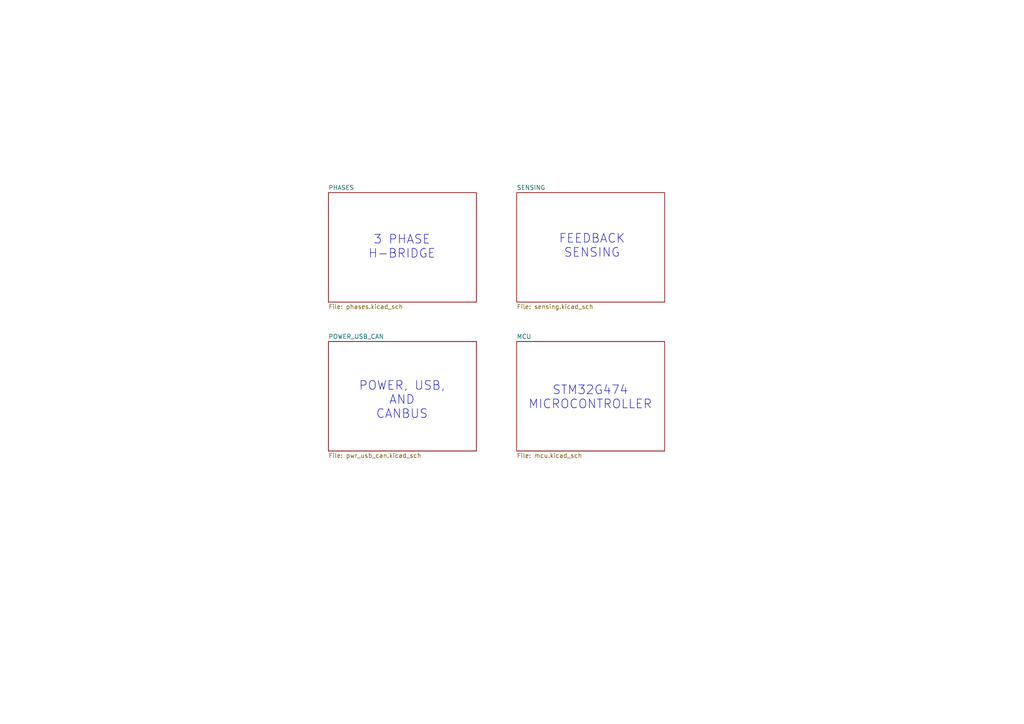
<source format=kicad_sch>
(kicad_sch
	(version 20231120)
	(generator "eeschema")
	(generator_version "8.0")
	(uuid "befe2457-67b1-4e2c-96c1-c48eafddae5c")
	(paper "A4")
	(title_block
		(title "NP1 ELECTRONIC SPEED CONTROLLER")
		(date "2024-08-21")
		(comment 1 "REVIEWED BY:")
		(comment 3 "GITHUB: /nikphillydev")
		(comment 4 "DRAWN BY: N.PHILIPENKO")
		(comment 5 "SIGNED:")
	)
	(lib_symbols)
	(text "POWER, USB,\nAND\nCANBUS"
		(exclude_from_sim no)
		(at 116.586 116.078 0)
		(effects
			(font
				(size 2.54 2.54)
			)
		)
		(uuid "4281c90c-cdd4-4af2-8bd4-b3d1dac1ad8d")
	)
	(text "STM32G474\nMICROCONTROLLER"
		(exclude_from_sim no)
		(at 171.196 115.316 0)
		(effects
			(font
				(size 2.54 2.54)
			)
		)
		(uuid "4e0de320-a065-4bd8-a040-ecc1a9359168")
	)
	(text "3 PHASE\nH-BRIDGE"
		(exclude_from_sim no)
		(at 116.586 71.628 0)
		(effects
			(font
				(size 2.54 2.54)
			)
		)
		(uuid "d4f01cda-58a9-4a2b-810a-b39f0c5f531e")
	)
	(text "FEEDBACK\nSENSING\n\n"
		(exclude_from_sim no)
		(at 171.704 73.406 0)
		(effects
			(font
				(size 2.54 2.54)
			)
		)
		(uuid "fd31469d-02e0-4e8d-a023-730ddeaf4c2b")
	)
	(sheet
		(at 149.86 99.06)
		(size 42.926 31.75)
		(fields_autoplaced yes)
		(stroke
			(width 0.1524)
			(type solid)
		)
		(fill
			(color 0 0 0 0.0000)
		)
		(uuid "2f1db597-5e53-4a2e-aa7b-7d41b49126b8")
		(property "Sheetname" "MCU"
			(at 149.86 98.3484 0)
			(effects
				(font
					(size 1.27 1.27)
				)
				(justify left bottom)
			)
		)
		(property "Sheetfile" "mcu.kicad_sch"
			(at 149.86 131.3946 0)
			(effects
				(font
					(size 1.27 1.27)
				)
				(justify left top)
			)
		)
		(instances
			(project "ESC_KiCAD"
				(path "/befe2457-67b1-4e2c-96c1-c48eafddae5c"
					(page "5")
				)
			)
		)
	)
	(sheet
		(at 95.25 99.06)
		(size 42.926 31.75)
		(fields_autoplaced yes)
		(stroke
			(width 0.1524)
			(type solid)
		)
		(fill
			(color 0 0 0 0.0000)
		)
		(uuid "7589b555-649b-48e3-9c17-4ae8c27427fd")
		(property "Sheetname" "POWER_USB_CAN"
			(at 95.25 98.3484 0)
			(effects
				(font
					(size 1.27 1.27)
				)
				(justify left bottom)
			)
		)
		(property "Sheetfile" "pwr_usb_can.kicad_sch"
			(at 95.25 131.3946 0)
			(effects
				(font
					(size 1.27 1.27)
				)
				(justify left top)
			)
		)
		(instances
			(project "ESC_KiCAD"
				(path "/befe2457-67b1-4e2c-96c1-c48eafddae5c"
					(page "4")
				)
			)
		)
	)
	(sheet
		(at 149.86 55.88)
		(size 42.926 31.75)
		(fields_autoplaced yes)
		(stroke
			(width 0.1524)
			(type solid)
		)
		(fill
			(color 0 0 0 0.0000)
		)
		(uuid "e767d95f-9055-4655-b6c5-063728e72f09")
		(property "Sheetname" "SENSING"
			(at 149.86 55.1684 0)
			(effects
				(font
					(size 1.27 1.27)
				)
				(justify left bottom)
			)
		)
		(property "Sheetfile" "sensing.kicad_sch"
			(at 149.86 88.2146 0)
			(effects
				(font
					(size 1.27 1.27)
				)
				(justify left top)
			)
		)
		(instances
			(project "ESC_KiCAD"
				(path "/befe2457-67b1-4e2c-96c1-c48eafddae5c"
					(page "3")
				)
			)
		)
	)
	(sheet
		(at 95.25 55.88)
		(size 42.926 31.75)
		(fields_autoplaced yes)
		(stroke
			(width 0.1524)
			(type solid)
		)
		(fill
			(color 0 0 0 0.0000)
		)
		(uuid "efa0b6a7-ad7d-44a5-8c82-9655636ed045")
		(property "Sheetname" "PHASES"
			(at 95.25 55.1684 0)
			(effects
				(font
					(size 1.27 1.27)
				)
				(justify left bottom)
			)
		)
		(property "Sheetfile" "phases.kicad_sch"
			(at 95.25 88.2146 0)
			(effects
				(font
					(size 1.27 1.27)
				)
				(justify left top)
			)
		)
		(instances
			(project "ESC_KiCAD"
				(path "/befe2457-67b1-4e2c-96c1-c48eafddae5c"
					(page "2")
				)
			)
		)
	)
	(sheet_instances
		(path "/"
			(page "1")
		)
	)
)

</source>
